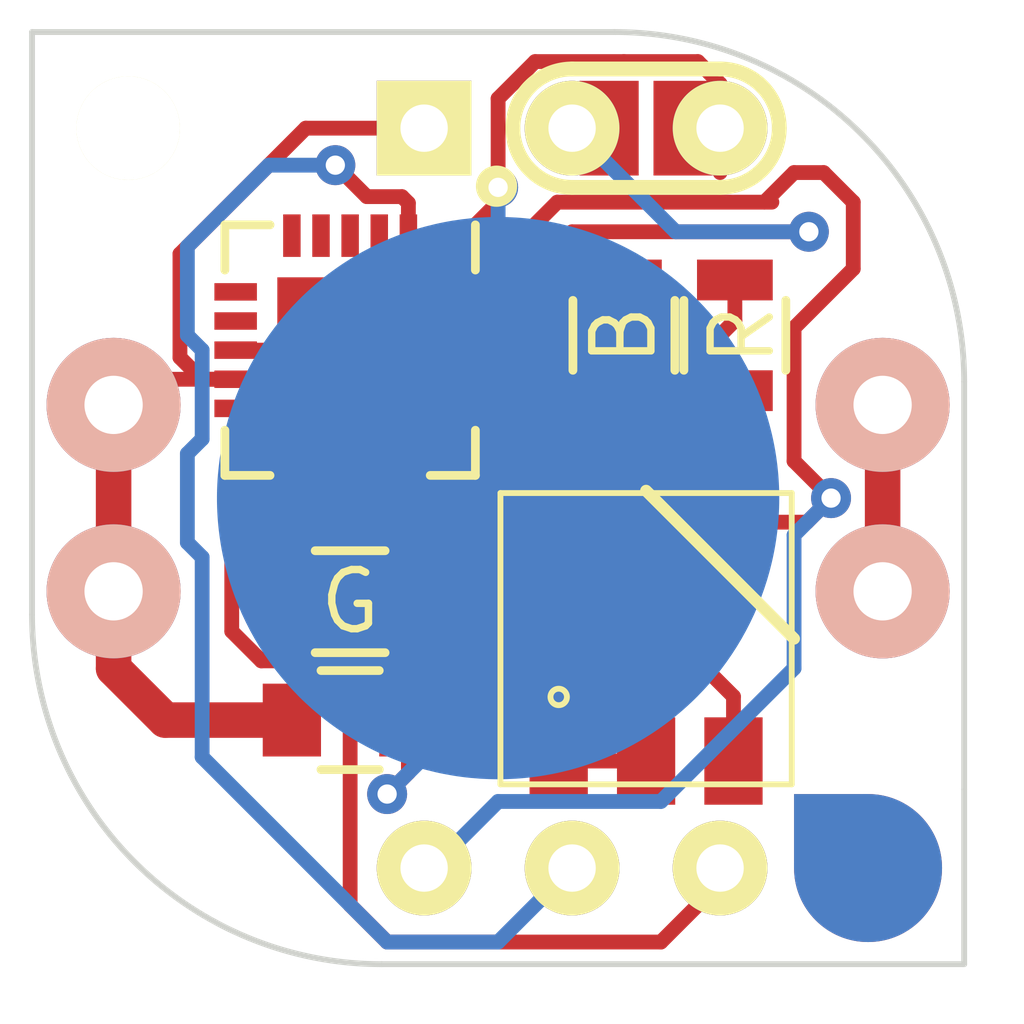
<source format=kicad_pcb>
(kicad_pcb (version 4) (host pcbnew "(2015-08-15 BZR 6092)-product")

  (general
    (links 28)
    (no_connects 1)
    (area 202.769999 87.199999 218.870001 103.300001)
    (thickness 1.6)
    (drawings 19)
    (tracks 132)
    (zones 0)
    (modules 16)
    (nets 12)
  )

  (page USLetter)
  (layers
    (0 F.Cu signal)
    (31 B.Cu signal)
    (34 B.Paste user)
    (35 F.Paste user)
    (36 B.SilkS user)
    (37 F.SilkS user)
    (38 B.Mask user)
    (39 F.Mask user)
    (40 Dwgs.User user)
    (44 Edge.Cuts user)
  )

  (setup
    (last_trace_width 0.254)
    (user_trace_width 0.254)
    (user_trace_width 0.3048)
    (user_trace_width 0.4064)
    (user_trace_width 0.6096)
    (user_trace_width 2.032)
    (trace_clearance 0.1524)
    (zone_clearance 0.508)
    (zone_45_only no)
    (trace_min 0.1524)
    (segment_width 0.254)
    (edge_width 0.1)
    (via_size 0.6858)
    (via_drill 0.3302)
    (via_min_size 0.6858)
    (via_min_drill 0.3302)
    (user_via 1 0.5)
    (uvia_size 0.762)
    (uvia_drill 0.508)
    (uvias_allowed no)
    (uvia_min_size 0.508)
    (uvia_min_drill 0.127)
    (pcb_text_width 0.3)
    (pcb_text_size 1.5 1.5)
    (mod_edge_width 0.15)
    (mod_text_size 1 1)
    (mod_text_width 0.15)
    (pad_size 1.6256 1.6256)
    (pad_drill 0.8128)
    (pad_to_mask_clearance 0)
    (aux_axis_origin 0 0)
    (grid_origin 210.82 95.25)
    (visible_elements 7FFFFFFF)
    (pcbplotparams
      (layerselection 0x010f0_80000001)
      (usegerberextensions true)
      (excludeedgelayer true)
      (linewidth 0.100000)
      (plotframeref false)
      (viasonmask false)
      (mode 1)
      (useauxorigin false)
      (hpglpennumber 1)
      (hpglpenspeed 20)
      (hpglpendiameter 15)
      (hpglpenoverlay 2)
      (psnegative false)
      (psa4output false)
      (plotreference true)
      (plotvalue true)
      (plotinvisibletext false)
      (padsonsilk false)
      (subtractmaskfromsilk false)
      (outputformat 1)
      (mirror false)
      (drillshape 0)
      (scaleselection 1)
      (outputdirectory gerbers/))
  )

  (net 0 "")
  (net 1 GND)
  (net 2 +BATT)
  (net 3 "Net-(D1-Pad4)")
  (net 4 "Net-(D1-Pad5)")
  (net 5 "Net-(D1-Pad6)")
  (net 6 "Net-(IC1-Pad13)")
  (net 7 "Net-(IC1-Pad1)")
  (net 8 "Net-(IC1-Pad14)")
  (net 9 "Net-(IC1-Pad16)")
  (net 10 "Net-(IC1-Pad15)")
  (net 11 "Net-(D1-Pad3)")

  (net_class Default "This is the default net class."
    (clearance 0.1524)
    (trace_width 0.1524)
    (via_dia 0.6858)
    (via_drill 0.3302)
    (uvia_dia 0.762)
    (uvia_drill 0.508)
    (add_net +BATT)
    (add_net GND)
    (add_net "Net-(D1-Pad3)")
    (add_net "Net-(D1-Pad4)")
    (add_net "Net-(D1-Pad5)")
    (add_net "Net-(D1-Pad6)")
    (add_net "Net-(IC1-Pad1)")
    (add_net "Net-(IC1-Pad13)")
    (add_net "Net-(IC1-Pad14)")
    (add_net "Net-(IC1-Pad15)")
    (add_net "Net-(IC1-Pad16)")
  )

  (module Pin_Headers:Pin_Header_Straight_1x01 (layer B.Cu) (tedit 56EF5F6E) (tstamp 56EF6096)
    (at 216.535 100.965 270)
    (descr "Through hole pin header")
    (tags "pin header")
    (fp_text reference REF** (at 0 5.1 270) (layer B.SilkS) hide
      (effects (font (size 1 1) (thickness 0.15)) (justify mirror))
    )
    (fp_text value Pin_Header_Straight_1x01 (at 0 3.1 270) (layer B.Fab)
      (effects (font (size 1 1) (thickness 0.15)) (justify mirror))
    )
    (pad 1 smd rect (at 0 0 270) (size 1.27 1.27) (layers B.Cu B.Paste B.Mask))
    (pad 1 smd circle (at 0.635 -0.635 270) (size 2.54 2.54) (layers B.Cu B.Paste B.Mask))
  )

  (module myFootPrints:BATT_12mm_TH (layer B.Cu) (tedit 56EF5EF7) (tstamp 56ECCC28)
    (at 210.82 95.25 180)
    (descr "Keystone type 3000 coin cell retainer")
    (path /56CFA61E)
    (fp_text reference BT1 (at 0 4.5 180) (layer Dwgs.User) hide
      (effects (font (size 0.254 0.254) (thickness 0.0635)))
    )
    (fp_text value Battery (at 0 -4.5 180) (layer B.SilkS) hide
      (effects (font (thickness 0.3048)) (justify mirror))
    )
    (pad 1 thru_hole circle (at 6.6 1.6 180) (size 2.3 2.3) (drill 1) (layers *.Cu *.Mask B.SilkS)
      (net 2 +BATT))
    (pad 1 thru_hole circle (at 6.6 -1.6 180) (size 2.3 2.3) (drill 1) (layers *.Cu *.Mask B.SilkS)
      (net 2 +BATT))
    (pad 1 thru_hole circle (at -6.6 -1.6 180) (size 2.3 2.3) (drill 1) (layers *.Cu *.Mask B.SilkS)
      (net 2 +BATT))
    (pad 1 thru_hole circle (at -6.6 1.6 180) (size 2.3 2.3) (drill 1) (layers *.Cu *.Mask B.SilkS)
      (net 2 +BATT))
    (pad 2 smd circle (at 0 0 180) (size 9.652 9.652) (layers B.Cu B.Paste B.Mask)
      (net 1 GND))
    (model walter/battery_holders/keystone_3000.wrl
      (at (xyz 0 0 0))
      (scale (xyz 1 1 1))
      (rotate (xyz 0 0 0))
    )
  )

  (module Pin_Headers:Pin_Header_Straight_1x01 (layer F.Cu) (tedit 56EF5F60) (tstamp 56EF5BF6)
    (at 216.535 100.965)
    (descr "Through hole pin header")
    (tags "pin header")
    (fp_text reference REF** (at 0 -5.1) (layer F.SilkS) hide
      (effects (font (size 1 1) (thickness 0.15)))
    )
    (fp_text value Pin_Header_Straight_1x01 (at 0 -3.1) (layer F.Fab)
      (effects (font (size 1 1) (thickness 0.15)))
    )
    (pad 1 smd rect (at 0 0) (size 1.27 1.27) (layers F.Cu F.Paste F.Mask))
    (pad 1 smd circle (at 0.635 0.635) (size 2.54 2.54) (layers F.Cu F.Paste F.Mask))
  )

  (module Pin_Headers:Pin_Header_Straight_1x01 (layer F.Cu) (tedit 56EF39F8) (tstamp 56ECD20A)
    (at 212.09 88.9)
    (descr "Through hole pin header")
    (tags "pin header")
    (path /56ECD1EE)
    (fp_text reference P5 (at 0 0) (layer F.SilkS) hide
      (effects (font (size 0.254 0.254) (thickness 0.0635)))
    )
    (fp_text value MOSI (at 0 -3.1) (layer F.Fab)
      (effects (font (size 1 1) (thickness 0.15)))
    )
    (fp_line (start -1.75 -1.75) (end -1.75 1.75) (layer F.CrtYd) (width 0.05))
    (fp_line (start 1.75 -1.75) (end 1.75 1.75) (layer F.CrtYd) (width 0.05))
    (fp_line (start -1.75 -1.75) (end 1.75 -1.75) (layer F.CrtYd) (width 0.05))
    (fp_line (start -1.75 1.75) (end 1.75 1.75) (layer F.CrtYd) (width 0.05))
    (pad 1 thru_hole circle (at 0 0) (size 1.6256 1.6256) (drill 0.8128) (layers *.Cu F.SilkS F.Mask)
      (net 9 "Net-(IC1-Pad16)"))
    (pad 1 smd rect (at 0.635 0) (size 1.016 1.6256) (layers F.Cu F.Paste F.Mask)
      (net 9 "Net-(IC1-Pad16)"))
  )

  (module Pin_Headers:Pin_Header_Straight_1x01 (layer F.Cu) (tedit 56EF394F) (tstamp 56ECD214)
    (at 214.63 88.9)
    (descr "Through hole pin header")
    (tags "pin header")
    (path /56ECD24D)
    (fp_text reference P7 (at 0 0) (layer F.SilkS) hide
      (effects (font (size 0.254 0.254) (thickness 0.0635)))
    )
    (fp_text value GND (at 0 -3.1) (layer F.Fab)
      (effects (font (size 1 1) (thickness 0.15)))
    )
    (fp_line (start -1.75 -1.75) (end -1.75 1.75) (layer F.CrtYd) (width 0.05))
    (fp_line (start 1.75 -1.75) (end 1.75 1.75) (layer F.CrtYd) (width 0.05))
    (fp_line (start -1.75 -1.75) (end 1.75 -1.75) (layer F.CrtYd) (width 0.05))
    (fp_line (start -1.75 1.75) (end 1.75 1.75) (layer F.CrtYd) (width 0.05))
    (pad 1 thru_hole circle (at 0 0) (size 1.6256 1.6256) (drill 0.8128) (layers *.Cu F.SilkS F.Mask)
      (net 1 GND))
    (pad 1 smd rect (at -0.635 0) (size 1.016 1.6256) (layers F.Cu F.Paste F.Mask)
      (net 1 GND))
  )

  (module myFootPrints:QFN-20-1EP_4x4mm_Pitch0.5mm (layer F.Cu) (tedit 56EEDC8C) (tstamp 56ECCED5)
    (at 208.28 92.71 270)
    (descr "20-Lead Plastic Quad Flat, No Lead Package (ML) - 4x4x0.9 mm Body [QFN]; (see Microchip Packaging Specification 00000049BS.pdf)")
    (tags "QFN 0.5")
    (path /56ECF26C)
    (attr smd)
    (fp_text reference IC1 (at 0 0 270) (layer F.SilkS) hide
      (effects (font (size 1 1) (thickness 0.15)))
    )
    (fp_text value ATTINY84A-M (at 0 3.33 270) (layer F.Fab)
      (effects (font (size 1 1) (thickness 0.15)))
    )
    (fp_line (start -2.6 -2.6) (end -2.6 2.6) (layer F.CrtYd) (width 0.05))
    (fp_line (start 2.6 -2.6) (end 2.6 2.6) (layer F.CrtYd) (width 0.05))
    (fp_line (start -2.6 -2.6) (end 2.6 -2.6) (layer F.CrtYd) (width 0.05))
    (fp_line (start -2.6 2.6) (end 2.6 2.6) (layer F.CrtYd) (width 0.05))
    (fp_line (start 2.15 -2.15) (end 2.15 -1.375) (layer F.SilkS) (width 0.15))
    (fp_line (start -2.15 2.15) (end -2.15 1.375) (layer F.SilkS) (width 0.15))
    (fp_line (start 2.15 2.15) (end 2.15 1.375) (layer F.SilkS) (width 0.15))
    (fp_line (start -2.15 -2.15) (end -1.375 -2.15) (layer F.SilkS) (width 0.15))
    (fp_line (start -2.15 2.15) (end -1.375 2.15) (layer F.SilkS) (width 0.15))
    (fp_line (start 2.15 2.15) (end 1.375 2.15) (layer F.SilkS) (width 0.15))
    (fp_line (start 2.15 -2.15) (end 1.375 -2.15) (layer F.SilkS) (width 0.15))
    (pad 1 smd rect (at -1.965 -1 270) (size 0.73 0.3) (layers F.Cu F.Paste F.Mask)
      (net 7 "Net-(IC1-Pad1)"))
    (pad 2 smd rect (at -1.965 -0.5 270) (size 0.73 0.3) (layers F.Cu F.Paste F.Mask))
    (pad 3 smd rect (at -1.965 0 270) (size 0.73 0.3) (layers F.Cu F.Paste F.Mask))
    (pad 4 smd rect (at -1.965 0.5 270) (size 0.73 0.3) (layers F.Cu F.Paste F.Mask))
    (pad 5 smd rect (at -1.965 1 270) (size 0.73 0.3) (layers F.Cu F.Paste F.Mask))
    (pad 6 smd rect (at -1 1.965) (size 0.73 0.3) (layers F.Cu F.Paste F.Mask))
    (pad 7 smd rect (at -0.5 1.965) (size 0.73 0.3) (layers F.Cu F.Paste F.Mask))
    (pad 8 smd rect (at 0 1.965) (size 0.73 0.3) (layers F.Cu F.Paste F.Mask)
      (net 1 GND))
    (pad 9 smd rect (at 0.5 1.965) (size 0.73 0.3) (layers F.Cu F.Paste F.Mask)
      (net 2 +BATT))
    (pad 10 smd rect (at 1 1.965) (size 0.73 0.3) (layers F.Cu F.Paste F.Mask))
    (pad 11 smd rect (at 1.965 1 270) (size 0.73 0.3) (layers F.Cu F.Paste F.Mask))
    (pad 12 smd rect (at 1.965 0.5 270) (size 0.73 0.3) (layers F.Cu F.Paste F.Mask))
    (pad 13 smd rect (at 1.965 0 270) (size 0.73 0.3) (layers F.Cu F.Paste F.Mask)
      (net 6 "Net-(IC1-Pad13)"))
    (pad 14 smd rect (at 1.965 -0.5 270) (size 0.73 0.3) (layers F.Cu F.Paste F.Mask)
      (net 8 "Net-(IC1-Pad14)"))
    (pad 15 smd rect (at 1.965 -1 270) (size 0.73 0.3) (layers F.Cu F.Paste F.Mask)
      (net 10 "Net-(IC1-Pad15)"))
    (pad 16 smd rect (at 1 -1.965) (size 0.73 0.3) (layers F.Cu F.Paste F.Mask)
      (net 9 "Net-(IC1-Pad16)"))
    (pad 17 smd rect (at 0.5 -1.965) (size 0.73 0.3) (layers F.Cu F.Paste F.Mask))
    (pad 18 smd rect (at 0 -1.965) (size 0.73 0.3) (layers F.Cu F.Paste F.Mask))
    (pad 19 smd rect (at -0.5 -1.965) (size 0.73 0.3) (layers F.Cu F.Paste F.Mask))
    (pad 20 smd rect (at -1 -1.965) (size 0.73 0.3) (layers F.Cu F.Paste F.Mask)
      (net 3 "Net-(D1-Pad4)"))
    (pad 8 smd rect (at 0.625 0.625 270) (size 1.25 1.25) (layers F.Cu F.Paste F.Mask)
      (net 1 GND) (solder_paste_margin_ratio -0.2))
    (pad 8 smd rect (at 0.625 -0.625 270) (size 1.25 1.25) (layers F.Cu F.Paste F.Mask)
      (net 1 GND) (solder_paste_margin_ratio -0.2))
    (pad 8 smd rect (at -0.625 0.625 270) (size 1.25 1.25) (layers F.Cu F.Paste F.Mask)
      (net 1 GND) (solder_paste_margin_ratio -0.2))
    (pad 8 smd rect (at -0.625 -0.625 270) (size 1.25 1.25) (layers F.Cu F.Paste F.Mask)
      (net 1 GND) (solder_paste_margin_ratio -0.2))
    (model Housings_DFN_QFN.3dshapes/QFN-20-1EP_4x4mm_Pitch0.5mm.wrl
      (at (xyz 0 0 0))
      (scale (xyz 1 1 1))
      (rotate (xyz 0 0 0))
    )
  )

  (module myFootPrints:LED_RGB_5050 (layer F.Cu) (tedit 56EE3A29) (tstamp 56ECCC30)
    (at 213.36 97.663 90)
    (descr "RGB LED PLLC-6")
    (tags "RGB LED PLLC-6")
    (path /56ECDC4D)
    (attr smd)
    (fp_text reference D1 (at 0 -1.4 90) (layer F.SilkS) hide
      (effects (font (size 1 1) (thickness 0.15)))
    )
    (fp_text value LED_RGB (at 0 2 90) (layer F.Fab) hide
      (effects (font (size 0.5 0.5) (thickness 0.125)))
    )
    (fp_line (start 2.54 0) (end 0 2.54) (layer F.SilkS) (width 0.2032))
    (fp_text user adafruit.com/products/619 (at 0 2.7 90) (layer F.Fab) hide
      (effects (font (size 0.2 0.2) (thickness 0.05)))
    )
    (fp_circle (center -1 -1.5) (end -1.1 -1.6) (layer F.SilkS) (width 0.1))
    (fp_line (start -2.5 -2.5) (end 2.5 -2.5) (layer F.SilkS) (width 0.1))
    (fp_line (start 2.5 -2.5) (end 2.5 2.5) (layer F.SilkS) (width 0.1))
    (fp_line (start 2.5 2.5) (end -2.5 2.5) (layer F.SilkS) (width 0.1))
    (fp_line (start -2.5 2.5) (end -2.5 -2.5) (layer F.SilkS) (width 0.1))
    (pad 1 smd rect (at -2.1 -1.5 180) (size 1 1.5) (layers F.Cu F.Paste F.Mask)
      (net 1 GND))
    (pad 2 smd rect (at -2.1 0 180) (size 1 1.5) (layers F.Cu F.Paste F.Mask)
      (net 1 GND))
    (pad 3 smd rect (at -2.1 1.5 180) (size 1 1.5) (layers F.Cu F.Paste F.Mask)
      (net 11 "Net-(D1-Pad3)"))
    (pad 4 smd rect (at 2 1.5 180) (size 1 1.5) (layers F.Cu F.Paste F.Mask)
      (net 3 "Net-(D1-Pad4)"))
    (pad 5 smd rect (at 2 0 180) (size 1 1.5) (layers F.Cu F.Paste F.Mask)
      (net 4 "Net-(D1-Pad5)"))
    (pad 6 smd rect (at 2 -1.5 180) (size 1 1.5) (layers F.Cu F.Paste F.Mask)
      (net 5 "Net-(D1-Pad6)"))
  )

  (module Pin_Headers:Pin_Header_Straight_1x01 (layer F.Cu) (tedit 56EE2F18) (tstamp 56ECD20F)
    (at 214.63 101.6)
    (descr "Through hole pin header")
    (tags "pin header")
    (path /56ECD3EF)
    (fp_text reference P6 (at 0 0) (layer F.SilkS) hide
      (effects (font (size 0.254 0.254) (thickness 0.0635)))
    )
    (fp_text value RST (at 0 -3.1) (layer F.Fab)
      (effects (font (size 1 1) (thickness 0.15)))
    )
    (fp_line (start -1.75 -1.75) (end -1.75 1.75) (layer F.CrtYd) (width 0.05))
    (fp_line (start 1.75 -1.75) (end 1.75 1.75) (layer F.CrtYd) (width 0.05))
    (fp_line (start -1.75 -1.75) (end 1.75 -1.75) (layer F.CrtYd) (width 0.05))
    (fp_line (start -1.75 1.75) (end 1.75 1.75) (layer F.CrtYd) (width 0.05))
    (pad 1 thru_hole circle (at 0 0) (size 1.6256 1.6256) (drill 0.8128) (layers *.Cu F.SilkS F.Mask)
      (net 6 "Net-(IC1-Pad13)"))
  )

  (module Pin_Headers:Pin_Header_Straight_1x01 (layer F.Cu) (tedit 56EE2EFF) (tstamp 56ECD205)
    (at 212.09 101.6)
    (descr "Through hole pin header")
    (tags "pin header")
    (path /56ECD3F5)
    (fp_text reference P4 (at 0 0) (layer F.SilkS) hide
      (effects (font (size 0.254 0.254) (thickness 0.0635)))
    )
    (fp_text value SCK (at 0 -3.1) (layer F.Fab)
      (effects (font (size 1 1) (thickness 0.15)))
    )
    (fp_line (start -1.75 -1.75) (end -1.75 1.75) (layer F.CrtYd) (width 0.05))
    (fp_line (start 1.75 -1.75) (end 1.75 1.75) (layer F.CrtYd) (width 0.05))
    (fp_line (start -1.75 -1.75) (end 1.75 -1.75) (layer F.CrtYd) (width 0.05))
    (fp_line (start -1.75 1.75) (end 1.75 1.75) (layer F.CrtYd) (width 0.05))
    (pad 1 thru_hole circle (at 0 0) (size 1.6256 1.6256) (drill 0.8128) (layers *.Cu F.SilkS F.Mask)
      (net 7 "Net-(IC1-Pad1)"))
  )

  (module Pin_Headers:Pin_Header_Straight_1x01 (layer F.Cu) (tedit 56EE2EE9) (tstamp 56ECD1FB)
    (at 209.55 101.6)
    (descr "Through hole pin header")
    (tags "pin header")
    (path /56ECD3FB)
    (fp_text reference P2 (at 0 0.127) (layer F.SilkS) hide
      (effects (font (size 0.254 0.254) (thickness 0.0635)))
    )
    (fp_text value MISO (at 0 -3.1) (layer F.Fab)
      (effects (font (size 1 1) (thickness 0.15)))
    )
    (fp_line (start -1.75 -1.75) (end -1.75 1.75) (layer F.CrtYd) (width 0.05))
    (fp_line (start 1.75 -1.75) (end 1.75 1.75) (layer F.CrtYd) (width 0.05))
    (fp_line (start -1.75 -1.75) (end 1.75 -1.75) (layer F.CrtYd) (width 0.05))
    (fp_line (start -1.75 1.75) (end 1.75 1.75) (layer F.CrtYd) (width 0.05))
    (pad 1 thru_hole circle (at 0 0) (size 1.6256 1.6256) (drill 0.8128) (layers *.Cu F.SilkS F.Mask)
      (net 3 "Net-(D1-Pad4)"))
  )

  (module Pin_Headers:Pin_Header_Straight_1x01 (layer F.Cu) (tedit 56EE2EA7) (tstamp 56ECD200)
    (at 209.55 88.9)
    (descr "Through hole pin header")
    (tags "pin header")
    (path /56ECD16B)
    (fp_text reference P3 (at 0 0) (layer F.SilkS) hide
      (effects (font (size 0.254 0.254) (thickness 0.0635)))
    )
    (fp_text value VCC (at 0 -3.1) (layer F.Fab)
      (effects (font (size 1 1) (thickness 0.15)))
    )
    (fp_line (start -1.75 -1.75) (end -1.75 1.75) (layer F.CrtYd) (width 0.05))
    (fp_line (start 1.75 -1.75) (end 1.75 1.75) (layer F.CrtYd) (width 0.05))
    (fp_line (start -1.75 -1.75) (end 1.75 -1.75) (layer F.CrtYd) (width 0.05))
    (fp_line (start -1.75 1.75) (end 1.75 1.75) (layer F.CrtYd) (width 0.05))
    (pad 1 thru_hole rect (at 0 0) (size 1.6256 1.6256) (drill 0.8128) (layers *.Cu F.SilkS F.Mask)
      (net 2 +BATT))
  )

  (module Pin_Headers:Pin_Header_Straight_1x01 (layer F.Cu) (tedit 56EEDE55) (tstamp 56ECEA85)
    (at 204.47 88.9)
    (descr "Through hole pin header")
    (tags "pin header")
    (fp_text reference REF** (at 0.127 0.127) (layer F.SilkS) hide
      (effects (font (size 0.254 0.254) (thickness 0.0635)))
    )
    (fp_text value Pin_Header_Straight_1x01 (at 0 -3.1) (layer F.Fab) hide
      (effects (font (size 0.127 0.127) (thickness 0.03175)))
    )
    (fp_line (start -1.75 -1.75) (end -1.75 1.75) (layer F.CrtYd) (width 0.05))
    (fp_line (start 1.75 -1.75) (end 1.75 1.75) (layer F.CrtYd) (width 0.05))
    (fp_line (start -1.75 -1.75) (end 1.75 -1.75) (layer F.CrtYd) (width 0.05))
    (fp_line (start -1.75 1.75) (end 1.75 1.75) (layer F.CrtYd) (width 0.05))
    (pad "" np_thru_hole circle (at 0 0) (size 1.778 1.778) (drill 1.778) (layers *.Cu *.Mask F.SilkS))
  )

  (module Resistors_SMD:R_0805 (layer F.Cu) (tedit 56EF3774) (tstamp 56ECD4EA)
    (at 212.979 92.456 270)
    (descr "Resistor SMD 0805, reflow soldering, Vishay (see dcrcw.pdf)")
    (tags "resistor 0805")
    (path /56DBEFE7)
    (attr smd)
    (fp_text reference R3 (at 0 -2.1 270) (layer F.SilkS) hide
      (effects (font (size 1 1) (thickness 0.15)))
    )
    (fp_text value R (at 0 2.1 270) (layer F.Fab) hide
      (effects (font (size 1 1) (thickness 0.15)))
    )
    (fp_line (start -1.6 -1) (end 1.6 -1) (layer F.CrtYd) (width 0.05))
    (fp_line (start -1.6 1) (end 1.6 1) (layer F.CrtYd) (width 0.05))
    (fp_line (start -1.6 -1) (end -1.6 1) (layer F.CrtYd) (width 0.05))
    (fp_line (start 1.6 -1) (end 1.6 1) (layer F.CrtYd) (width 0.05))
    (fp_line (start 0.6 0.875) (end -0.6 0.875) (layer F.SilkS) (width 0.15))
    (fp_line (start -0.6 -0.875) (end 0.6 -0.875) (layer F.SilkS) (width 0.15))
    (pad 1 smd rect (at -0.95 0 270) (size 0.7 1.3) (layers F.Cu F.Paste F.Mask)
      (net 10 "Net-(IC1-Pad15)"))
    (pad 2 smd rect (at 0.95 0 270) (size 0.7 1.3) (layers F.Cu F.Paste F.Mask)
      (net 5 "Net-(D1-Pad6)"))
    (model Resistors_SMD.3dshapes/R_0805.wrl
      (at (xyz 0 0 0))
      (scale (xyz 1 1 1))
      (rotate (xyz 0 0 0))
    )
  )

  (module Resistors_SMD:R_0805 (layer F.Cu) (tedit 56EF3763) (tstamp 56ECD4E5)
    (at 214.884 92.456 270)
    (descr "Resistor SMD 0805, reflow soldering, Vishay (see dcrcw.pdf)")
    (tags "resistor 0805")
    (path /56DBEF6A)
    (attr smd)
    (fp_text reference R2 (at 0 -2.1 270) (layer F.SilkS) hide
      (effects (font (size 1 1) (thickness 0.15)))
    )
    (fp_text value R (at 0 2.1 270) (layer F.Fab) hide
      (effects (font (size 1 1) (thickness 0.15)))
    )
    (fp_line (start -1.6 -1) (end 1.6 -1) (layer F.CrtYd) (width 0.05))
    (fp_line (start -1.6 1) (end 1.6 1) (layer F.CrtYd) (width 0.05))
    (fp_line (start -1.6 -1) (end -1.6 1) (layer F.CrtYd) (width 0.05))
    (fp_line (start 1.6 -1) (end 1.6 1) (layer F.CrtYd) (width 0.05))
    (fp_line (start 0.6 0.875) (end -0.6 0.875) (layer F.SilkS) (width 0.15))
    (fp_line (start -0.6 -0.875) (end 0.6 -0.875) (layer F.SilkS) (width 0.15))
    (pad 1 smd rect (at -0.95 0 270) (size 0.7 1.3) (layers F.Cu F.Paste F.Mask)
      (net 8 "Net-(IC1-Pad14)"))
    (pad 2 smd rect (at 0.95 0 270) (size 0.7 1.3) (layers F.Cu F.Paste F.Mask)
      (net 4 "Net-(D1-Pad5)"))
    (model Resistors_SMD.3dshapes/R_0805.wrl
      (at (xyz 0 0 0))
      (scale (xyz 1 1 1))
      (rotate (xyz 0 0 0))
    )
  )

  (module Resistors_SMD:R_0805 (layer F.Cu) (tedit 56EF3782) (tstamp 56ECD4E0)
    (at 208.28 97.028)
    (descr "Resistor SMD 0805, reflow soldering, Vishay (see dcrcw.pdf)")
    (tags "resistor 0805")
    (path /56CEB2B5)
    (attr smd)
    (fp_text reference R1 (at 0 -2.1) (layer F.SilkS) hide
      (effects (font (size 1 1) (thickness 0.15)))
    )
    (fp_text value R (at 0 2.1) (layer F.Fab) hide
      (effects (font (size 1 1) (thickness 0.15)))
    )
    (fp_line (start -1.6 -1) (end 1.6 -1) (layer F.CrtYd) (width 0.05))
    (fp_line (start -1.6 1) (end 1.6 1) (layer F.CrtYd) (width 0.05))
    (fp_line (start -1.6 -1) (end -1.6 1) (layer F.CrtYd) (width 0.05))
    (fp_line (start 1.6 -1) (end 1.6 1) (layer F.CrtYd) (width 0.05))
    (fp_line (start 0.6 0.875) (end -0.6 0.875) (layer F.SilkS) (width 0.15))
    (fp_line (start -0.6 -0.875) (end 0.6 -0.875) (layer F.SilkS) (width 0.15))
    (pad 1 smd rect (at -0.95 0) (size 0.7 1.3) (layers F.Cu F.Paste F.Mask)
      (net 11 "Net-(D1-Pad3)"))
    (pad 2 smd rect (at 0.95 0) (size 0.7 1.3) (layers F.Cu F.Paste F.Mask)
      (net 1 GND))
    (model Resistors_SMD.3dshapes/R_0805.wrl
      (at (xyz 0 0 0))
      (scale (xyz 1 1 1))
      (rotate (xyz 0 0 0))
    )
  )

  (module Capacitors_SMD:C_0805 (layer F.Cu) (tedit 56EF378E) (tstamp 56ECD4D1)
    (at 208.28 99.06)
    (descr "Capacitor SMD 0805, reflow soldering, AVX (see smccp.pdf)")
    (tags "capacitor 0805")
    (path /553FDF53)
    (attr smd)
    (fp_text reference C1 (at 0 -2.1) (layer F.SilkS) hide
      (effects (font (size 1 1) (thickness 0.15)))
    )
    (fp_text value "0.1 uF" (at 0 2.1) (layer F.Fab) hide
      (effects (font (size 1 1) (thickness 0.15)))
    )
    (fp_line (start -1.8 -1) (end 1.8 -1) (layer F.CrtYd) (width 0.05))
    (fp_line (start -1.8 1) (end 1.8 1) (layer F.CrtYd) (width 0.05))
    (fp_line (start -1.8 -1) (end -1.8 1) (layer F.CrtYd) (width 0.05))
    (fp_line (start 1.8 -1) (end 1.8 1) (layer F.CrtYd) (width 0.05))
    (fp_line (start 0.5 -0.85) (end -0.5 -0.85) (layer F.SilkS) (width 0.15))
    (fp_line (start -0.5 0.85) (end 0.5 0.85) (layer F.SilkS) (width 0.15))
    (pad 1 smd rect (at -1 0) (size 1 1.25) (layers F.Cu F.Paste F.Mask)
      (net 2 +BATT))
    (pad 2 smd rect (at 1 0) (size 1 1.25) (layers F.Cu F.Paste F.Mask)
      (net 1 GND))
    (model Capacitors_SMD.3dshapes/C_0805.wrl
      (at (xyz 0 0 0))
      (scale (xyz 1 1 1))
      (rotate (xyz 0 0 0))
    )
  )

  (gr_line (start 218.82 100.25) (end 218.82 93.25) (angle 90) (layer Edge.Cuts) (width 0.1))
  (gr_line (start 202.82 87.25) (end 212.82 87.25) (angle 90) (layer Edge.Cuts) (width 0.1))
  (gr_arc (start 212.82 93.25) (end 212.82 87.25) (angle 90) (layer Edge.Cuts) (width 0.1))
  (gr_line (start 218.82 100.25) (end 218.82 103.25) (angle 90) (layer Edge.Cuts) (width 0.1))
  (gr_line (start 202.82 87.25) (end 202.82 97.25) (angle 90) (layer Edge.Cuts) (width 0.1))
  (gr_line (start 218.82 103.25) (end 208.82 103.25) (angle 90) (layer Edge.Cuts) (width 0.1))
  (gr_arc (start 208.82 97.25) (end 208.82 103.25) (angle 90) (layer Edge.Cuts) (width 0.1))
  (gr_circle (center 210.793 89.896) (end 210.893 89.896) (layer F.SilkS) (width 0.254))
  (gr_line (start 212.09 87.884) (end 214.63 87.884) (angle 90) (layer F.SilkS) (width 0.254))
  (gr_line (start 212.09 89.916) (end 214.63 89.916) (angle 90) (layer F.SilkS) (width 0.254))
  (gr_arc (start 214.63 88.9) (end 215.646 88.9) (angle 90) (layer F.SilkS) (width 0.254))
  (gr_arc (start 214.63 88.9) (end 214.63 87.884) (angle 90) (layer F.SilkS) (width 0.254))
  (gr_arc (start 212.09 88.9) (end 212.09 89.916) (angle 90) (layer F.SilkS) (width 0.254))
  (gr_arc (start 212.09 88.9) (end 211.074 88.9) (angle 90) (layer F.SilkS) (width 0.254))
  (gr_text G (at 208.28 97.028) (layer F.SilkS)
    (effects (font (size 1.016 1.016) (thickness 0.127)))
  )
  (gr_text R (at 215.011 92.456 90) (layer F.SilkS)
    (effects (font (size 1.016 1.016) (thickness 0.127)))
  )
  (gr_text B (at 212.979 92.456 90) (layer F.SilkS)
    (effects (font (size 1.016 1.016) (thickness 0.127)))
  )
  (gr_line (start 202.32 86.75) (end 219.82 104.25) (angle 90) (layer Dwgs.User) (width 0.1))
  (gr_circle (center 210.82 95.25) (end 215.9 101.6) (layer Dwgs.User) (width 0.1))

  (via (at 210.82 89.916) (size 0.6858) (drill 0.3302) (layers F.Cu B.Cu) (net 1))
  (segment (start 210.82 89.916) (end 210.82 95.25) (width 0.254) (layer B.Cu) (net 1) (tstamp 56EF5E4D))
  (segment (start 210.82 95.25) (end 210.82 98.425) (width 0.254) (layer B.Cu) (net 1))
  (segment (start 210.82 98.425) (end 208.915 100.33) (width 0.254) (layer B.Cu) (net 1) (tstamp 56EF38AB))
  (segment (start 209.28 99.965) (end 209.28 99.06) (width 0.254) (layer F.Cu) (net 1) (tstamp 56EF38B6))
  (segment (start 208.915 100.33) (end 209.28 99.965) (width 0.254) (layer F.Cu) (net 1) (tstamp 56EF38B5))
  (via (at 208.915 100.33) (size 0.6858) (drill 0.3302) (layers F.Cu B.Cu) (net 1))
  (segment (start 208.905 92.085) (end 210.82 90.17) (width 0.254) (layer F.Cu) (net 1))
  (segment (start 214.249 87.757) (end 214.63 88.138) (width 0.254) (layer F.Cu) (net 1) (tstamp 56EF33FB))
  (segment (start 212.979 87.757) (end 214.249 87.757) (width 0.254) (layer F.Cu) (net 1) (tstamp 56EF33F9))
  (segment (start 211.455 87.757) (end 212.979 87.757) (width 0.254) (layer F.Cu) (net 1) (tstamp 56EF33F8))
  (segment (start 210.82 88.392) (end 211.455 87.757) (width 0.254) (layer F.Cu) (net 1) (tstamp 56EF33F5))
  (segment (start 210.82 90.17) (end 210.82 89.916) (width 0.254) (layer F.Cu) (net 1) (tstamp 56EF33EC))
  (segment (start 210.82 89.916) (end 210.82 88.392) (width 0.254) (layer F.Cu) (net 1) (tstamp 56EF5E43))
  (segment (start 214.63 88.138) (end 214.63 88.9) (width 0.254) (layer F.Cu) (net 1) (tstamp 56EF33FE))
  (segment (start 214.63 89.662) (end 214.63 88.9) (width 0.254) (layer F.Cu) (net 1) (tstamp 56EF31F8))
  (segment (start 208.905 92.085) (end 208.905 93.335) (width 0.254) (layer F.Cu) (net 1))
  (segment (start 207.655 92.085) (end 208.905 92.085) (width 0.254) (layer F.Cu) (net 1))
  (segment (start 207.655 93.335) (end 207.655 92.085) (width 0.254) (layer F.Cu) (net 1))
  (segment (start 206.315 92.71) (end 207.03 92.71) (width 0.254) (layer F.Cu) (net 1))
  (segment (start 207.03 92.71) (end 207.655 93.335) (width 0.254) (layer F.Cu) (net 1) (tstamp 56EEDD39))
  (segment (start 210.82 98.679) (end 210.82 95.25) (width 0.254) (layer B.Cu) (net 1) (tstamp 56EE1F29))
  (segment (start 209.804 94.234) (end 210.82 95.25) (width 0.254) (layer B.Cu) (net 1) (tstamp 56EE1D93))
  (segment (start 209.53 99.06) (end 209.53 97.128) (width 0.254) (layer F.Cu) (net 1))
  (segment (start 209.53 97.128) (end 209.63 97.028) (width 0.254) (layer F.Cu) (net 1) (tstamp 56EE196B))
  (segment (start 211.86 99.763) (end 210.233 99.763) (width 0.254) (layer F.Cu) (net 1))
  (segment (start 210.233 99.763) (end 209.53 99.06) (width 0.254) (layer F.Cu) (net 1) (tstamp 56EE1967))
  (segment (start 213.36 99.763) (end 211.86 99.763) (width 0.254) (layer F.Cu) (net 1))
  (segment (start 206.315 93.21) (end 205.732 93.21) (width 0.254) (layer F.Cu) (net 2))
  (segment (start 207.518 88.9) (end 209.55 88.9) (width 0.254) (layer F.Cu) (net 2) (tstamp 56EF321F))
  (segment (start 205.359 91.059) (end 207.518 88.9) (width 0.254) (layer F.Cu) (net 2) (tstamp 56EF321A))
  (segment (start 205.359 92.837) (end 205.359 91.059) (width 0.254) (layer F.Cu) (net 2) (tstamp 56EF3217))
  (segment (start 205.732 93.21) (end 205.359 92.837) (width 0.254) (layer F.Cu) (net 2) (tstamp 56EF3213))
  (segment (start 217.42 93.65) (end 217.42 93.595) (width 0.254) (layer B.Cu) (net 2))
  (segment (start 206.315 93.21) (end 204.66 93.21) (width 0.254) (layer F.Cu) (net 2))
  (segment (start 204.66 93.21) (end 204.22 93.65) (width 0.254) (layer F.Cu) (net 2) (tstamp 56EE19C4))
  (segment (start 217.42 96.85) (end 217.42 93.65) (width 0.6096) (layer F.Cu) (net 2))
  (segment (start 204.22 96.85) (end 204.22 93.65) (width 0.6096) (layer F.Cu) (net 2))
  (segment (start 207.03 99.06) (end 205.105 99.06) (width 0.6096) (layer F.Cu) (net 2))
  (segment (start 204.22 98.175) (end 204.22 96.85) (width 0.6096) (layer F.Cu) (net 2) (tstamp 56EE19B3))
  (segment (start 205.105 99.06) (end 204.22 98.175) (width 0.6096) (layer F.Cu) (net 2) (tstamp 56EE19B0))
  (segment (start 215.392 90.17) (end 215.9 89.662) (width 0.254) (layer F.Cu) (net 3))
  (segment (start 215.9 94.615) (end 216.535 95.25) (width 0.254) (layer F.Cu) (net 3) (tstamp 56EF387A))
  (segment (start 215.9 92.329) (end 215.9 94.615) (width 0.254) (layer F.Cu) (net 3) (tstamp 56EF3878))
  (segment (start 216.916 91.313) (end 215.9 92.329) (width 0.254) (layer F.Cu) (net 3) (tstamp 56EF3872))
  (segment (start 216.916 90.17) (end 216.916 91.313) (width 0.254) (layer F.Cu) (net 3) (tstamp 56EF3871))
  (segment (start 216.408 89.662) (end 216.916 90.17) (width 0.254) (layer F.Cu) (net 3) (tstamp 56EF386F))
  (segment (start 215.9 89.662) (end 216.408 89.662) (width 0.254) (layer F.Cu) (net 3) (tstamp 56EF386E))
  (segment (start 210.245 91.71) (end 210.296 91.71) (width 0.254) (layer F.Cu) (net 3))
  (segment (start 210.296 91.71) (end 211.836 90.17) (width 0.254) (layer F.Cu) (net 3) (tstamp 56EF37EA))
  (segment (start 211.836 90.17) (end 215.392 90.17) (width 0.254) (layer F.Cu) (net 3) (tstamp 56EF37F1))
  (segment (start 215.392 90.17) (end 215.519 90.17) (width 0.254) (layer F.Cu) (net 3) (tstamp 56EF386C))
  (segment (start 209.55 101.6) (end 209.677 101.6) (width 0.254) (layer B.Cu) (net 3))
  (segment (start 209.677 101.6) (end 210.82 100.457) (width 0.254) (layer B.Cu) (net 3) (tstamp 56EF3702))
  (via (at 216.535 95.25) (size 0.6858) (drill 0.3302) (layers F.Cu B.Cu) (net 3))
  (segment (start 215.9 95.885) (end 216.535 95.25) (width 0.254) (layer B.Cu) (net 3) (tstamp 56EF3713))
  (segment (start 215.9 98.171) (end 215.9 95.885) (width 0.254) (layer B.Cu) (net 3) (tstamp 56EF370F))
  (segment (start 213.614 100.457) (end 215.9 98.171) (width 0.254) (layer B.Cu) (net 3) (tstamp 56EF3709))
  (segment (start 210.82 100.457) (end 213.614 100.457) (width 0.254) (layer B.Cu) (net 3) (tstamp 56EF3705))
  (segment (start 216.535 95.25) (end 216.122 95.663) (width 0.254) (layer F.Cu) (net 3) (tstamp 56EF371E))
  (segment (start 216.122 95.663) (end 214.86 95.663) (width 0.254) (layer F.Cu) (net 3) (tstamp 56EF371F))
  (segment (start 214.979 95.663) (end 214.86 95.663) (width 0.254) (layer F.Cu) (net 3) (tstamp 56EF33B8))
  (segment (start 214.884 93.406) (end 214.884 93.806) (width 0.254) (layer F.Cu) (net 4))
  (segment (start 214.884 93.806) (end 213.36 95.457) (width 0.254) (layer F.Cu) (net 4) (tstamp 56EE1BFC) (status 20))
  (segment (start 213.36 95.663) (end 213.36 95.457) (width 0.254) (layer F.Cu) (net 4))
  (segment (start 213.36 95.663) (end 213.36 95.076) (width 0.254) (layer F.Cu) (net 4))
  (segment (start 212.979 93.406) (end 212.979 93.806) (width 0.254) (layer F.Cu) (net 5))
  (segment (start 212.979 93.806) (end 211.86 94.925) (width 0.254) (layer F.Cu) (net 5) (tstamp 56EE1BFF))
  (segment (start 211.86 95.663) (end 211.86 94.925) (width 0.254) (layer F.Cu) (net 5))
  (segment (start 214.63 101.6) (end 214.63 101.854) (width 0.254) (layer F.Cu) (net 6))
  (segment (start 214.63 101.854) (end 213.614 102.87) (width 0.254) (layer F.Cu) (net 6) (tstamp 56EF32E6))
  (segment (start 213.614 102.87) (end 208.915 102.87) (width 0.254) (layer F.Cu) (net 6) (tstamp 56EF32E8))
  (segment (start 208.915 102.87) (end 208.28 102.235) (width 0.254) (layer F.Cu) (net 6) (tstamp 56EF32ED))
  (segment (start 208.28 102.235) (end 208.28 98.171) (width 0.254) (layer F.Cu) (net 6) (tstamp 56EF32EF))
  (segment (start 208.28 98.171) (end 208.153 98.044) (width 0.254) (layer F.Cu) (net 6) (tstamp 56EF32FF))
  (segment (start 208.153 98.044) (end 206.756 98.044) (width 0.254) (layer F.Cu) (net 6) (tstamp 56EF3300))
  (segment (start 206.756 98.044) (end 206.248 97.536) (width 0.254) (layer F.Cu) (net 6) (tstamp 56EF3302))
  (segment (start 206.248 97.536) (end 206.248 96.266) (width 0.254) (layer F.Cu) (net 6) (tstamp 56EF3307))
  (segment (start 206.248 96.266) (end 207.01 95.504) (width 0.254) (layer F.Cu) (net 6) (tstamp 56EF330A))
  (segment (start 207.01 95.504) (end 208.026 95.504) (width 0.254) (layer F.Cu) (net 6) (tstamp 56EF330C))
  (segment (start 208.026 95.504) (end 208.28 95.25) (width 0.254) (layer F.Cu) (net 6) (tstamp 56EF3310))
  (segment (start 208.28 95.25) (end 208.28 94.675) (width 0.254) (layer F.Cu) (net 6) (tstamp 56EF3311))
  (segment (start 209.28 90.745) (end 209.28 90.186) (width 0.254) (layer F.Cu) (net 7))
  (segment (start 210.82 102.87) (end 212.09 101.6) (width 0.254) (layer B.Cu) (net 7) (tstamp 56EF355F))
  (segment (start 208.915 102.87) (end 210.82 102.87) (width 0.254) (layer B.Cu) (net 7) (tstamp 56EF355C))
  (segment (start 205.74 99.695) (end 208.915 102.87) (width 0.254) (layer B.Cu) (net 7) (tstamp 56EF3551))
  (segment (start 205.74 96.266) (end 205.74 99.695) (width 0.254) (layer B.Cu) (net 7) (tstamp 56EF354C))
  (segment (start 205.486 96.012) (end 205.74 96.266) (width 0.254) (layer B.Cu) (net 7) (tstamp 56EF354A))
  (segment (start 205.486 94.488) (end 205.486 96.012) (width 0.254) (layer B.Cu) (net 7) (tstamp 56EF3548))
  (segment (start 205.74 94.234) (end 205.486 94.488) (width 0.254) (layer B.Cu) (net 7) (tstamp 56EF3542))
  (segment (start 205.74 92.71) (end 205.74 94.234) (width 0.254) (layer B.Cu) (net 7) (tstamp 56EF3536))
  (segment (start 205.486 92.456) (end 205.74 92.71) (width 0.254) (layer B.Cu) (net 7) (tstamp 56EF352B))
  (segment (start 205.486 90.932) (end 205.486 92.456) (width 0.254) (layer B.Cu) (net 7) (tstamp 56EF3529))
  (segment (start 206.883 89.535) (end 205.486 90.932) (width 0.254) (layer B.Cu) (net 7) (tstamp 56EF3527))
  (segment (start 208.026 89.535) (end 206.883 89.535) (width 0.254) (layer B.Cu) (net 7) (tstamp 56EF3526))
  (via (at 208.026 89.535) (size 0.6858) (drill 0.3302) (layers F.Cu B.Cu) (net 7))
  (segment (start 208.566 90.075) (end 208.026 89.535) (width 0.254) (layer F.Cu) (net 7) (tstamp 56EF351B))
  (segment (start 209.169 90.075) (end 208.566 90.075) (width 0.254) (layer F.Cu) (net 7) (tstamp 56EF351A))
  (segment (start 209.28 90.186) (end 209.169 90.075) (width 0.254) (layer F.Cu) (net 7) (tstamp 56EF3519))
  (segment (start 209.296 90.729) (end 209.28 90.745) (width 0.254) (layer F.Cu) (net 7) (tstamp 56EE225F))
  (segment (start 214.376 92.583) (end 214.503 92.583) (width 0.254) (layer F.Cu) (net 8))
  (segment (start 212.344 92.583) (end 214.376 92.583) (width 0.254) (layer F.Cu) (net 8) (tstamp 56EE1C3D))
  (segment (start 211.963 92.964) (end 212.344 92.583) (width 0.254) (layer F.Cu) (net 8) (tstamp 56EE1C39))
  (segment (start 211.963 93.853) (end 211.963 92.964) (width 0.254) (layer F.Cu) (net 8) (tstamp 56EE1C37))
  (segment (start 210.312 95.504) (end 211.963 93.853) (width 0.254) (layer F.Cu) (net 8) (tstamp 56EE1C2A))
  (segment (start 209.067402 95.504) (end 210.312 95.504) (width 0.254) (layer F.Cu) (net 8) (tstamp 56EE1C27))
  (segment (start 208.78 95.216598) (end 209.067402 95.504) (width 0.254) (layer F.Cu) (net 8) (tstamp 56EE1C25))
  (segment (start 208.78 94.675) (end 208.78 95.216598) (width 0.254) (layer F.Cu) (net 8))
  (segment (start 214.884 92.202) (end 214.884 91.506) (width 0.254) (layer F.Cu) (net 8) (tstamp 56EF31A3))
  (segment (start 214.503 92.583) (end 214.884 92.202) (width 0.254) (layer F.Cu) (net 8) (tstamp 56EF31A1))
  (segment (start 210.245 93.71) (end 210.836 93.71) (width 0.254) (layer F.Cu) (net 9))
  (segment (start 213.868 90.678) (end 212.09 88.9) (width 0.254) (layer B.Cu) (net 9) (tstamp 56EF385E))
  (segment (start 216.154 90.678) (end 213.868 90.678) (width 0.254) (layer B.Cu) (net 9) (tstamp 56EF385D))
  (via (at 216.154 90.678) (size 0.6858) (drill 0.3302) (layers F.Cu B.Cu) (net 9))
  (segment (start 212.09 90.678) (end 216.154 90.678) (width 0.254) (layer F.Cu) (net 9) (tstamp 56EF3855))
  (segment (start 211.709 91.059) (end 212.09 90.678) (width 0.254) (layer F.Cu) (net 9) (tstamp 56EF3853))
  (segment (start 211.709 91.694) (end 211.709 91.059) (width 0.254) (layer F.Cu) (net 9) (tstamp 56EF3851))
  (segment (start 211.074 92.329) (end 211.709 91.694) (width 0.254) (layer F.Cu) (net 9) (tstamp 56EF384B))
  (segment (start 211.074 93.472) (end 211.074 92.329) (width 0.254) (layer F.Cu) (net 9) (tstamp 56EF3848))
  (segment (start 210.836 93.71) (end 211.074 93.472) (width 0.254) (layer F.Cu) (net 9) (tstamp 56EF3842))
  (segment (start 209.28 94.675) (end 210.506 94.675) (width 0.254) (layer F.Cu) (net 10))
  (segment (start 211.556598 92.795662) (end 212.979 91.37326) (width 0.254) (layer F.Cu) (net 10) (tstamp 56EE1C4B))
  (segment (start 211.556598 93.624402) (end 211.556598 92.795662) (width 0.254) (layer F.Cu) (net 10) (tstamp 56EE1C48))
  (segment (start 210.506 94.675) (end 211.556598 93.624402) (width 0.254) (layer F.Cu) (net 10) (tstamp 56EE1C46))
  (segment (start 207.01 97.028) (end 208.026 96.012) (width 0.254) (layer F.Cu) (net 11) (tstamp 56EE194A))
  (segment (start 208.026 96.012) (end 210.439 96.012) (width 0.254) (layer F.Cu) (net 11) (tstamp 56EE194C))
  (segment (start 210.439 96.012) (end 210.947 96.52) (width 0.254) (layer F.Cu) (net 11) (tstamp 56EE1950))
  (segment (start 210.947 96.52) (end 210.947 97.028) (width 0.254) (layer F.Cu) (net 11) (tstamp 56EE1952))
  (segment (start 210.947 97.028) (end 212.09 98.171) (width 0.254) (layer F.Cu) (net 11) (tstamp 56EE1955))
  (segment (start 212.09 98.171) (end 214.376 98.171) (width 0.254) (layer F.Cu) (net 11) (tstamp 56EE1957))
  (segment (start 214.376 98.171) (end 214.86 98.655) (width 0.254) (layer F.Cu) (net 11) (tstamp 56EE1959))
  (segment (start 214.86 98.655) (end 214.86 99.763) (width 0.254) (layer F.Cu) (net 11) (tstamp 56EE195A))

)

</source>
